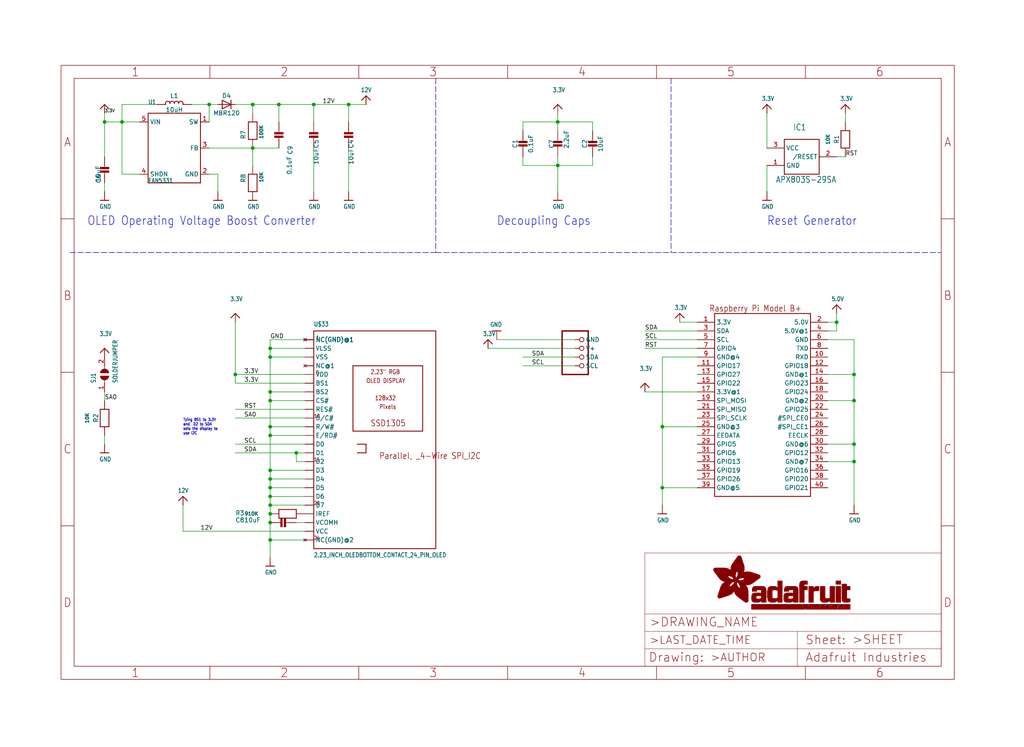
<source format=kicad_sch>
(kicad_sch (version 20211123) (generator eeschema)
  (paper "User" 298.45 217.881)
  (lib_symbols
    (symbol "eagleSchem-eagle-import:12V" (power)
      (property "Value" "12V" (at -1.524 1.016 0))
      (symbol "12V_1_0"
        (pin power_in line (at 0 -2.54 90) (length 2.54) (name "12V") (number "1"))
      )
    )
    (symbol "eagleSchem-eagle-import:2.23_INCH_OLEDBOTTOM_CONTACT_24_PIN_OLED"
      (property "Value" "2.23_INCH_OLEDBOTTOM_CONTACT_24_PIN_OLED" (at -17.78 -33.02 0))
      (symbol "2.23_INCH_OLEDBOTTOM_CONTACT_24_PIN_OLED_1_0"
        (text "1" (at -17.145 30.48 0) (effects (font (size 1.016 0.8636)) (justify left bottom)))
        (text "10" (at -17.78 7.62 0) (effects (font (size 1.016 0.8636)) (justify left bottom)))
        (text "128x32" (at 0 12.7 0) (effects (font (size 1.27 1.0795)) (justify left bottom)))
        (text "15" (at -17.78 -5.08 0) (effects (font (size 1.016 0.8636)) (justify left bottom)))
        (text "2.23\" RGB" (at -1.27 20.32 0) (effects (font (size 1.27 1.0795)) (justify left bottom)))
        (text "20" (at -17.78 -17.78 0) (effects (font (size 1.016 0.8636)) (justify left bottom)))
        (text "24" (at -17.78 -27.94 0) (effects (font (size 1.016 0.8636)) (justify left bottom)))
        (text "5" (at -17.145 20.32 0) (effects (font (size 1.016 0.8636)) (justify left bottom)))
        (text "OLED DISPLAY" (at -2.54 17.78 0) (effects (font (size 1.27 1.0795)) (justify left bottom)))
        (text "Parallel, _4-Wire SPI_I2C" (at 1.27 -4.445 0) (effects (font (size 1.778 1.5113)) (justify left bottom)))
        (text "Pixels" (at 1.27 10.16 0) (effects (font (size 1.27 1.0795)) (justify left bottom)))
        (text "SSD1305" (at -1.27 5.08 0) (effects (font (size 1.778 1.5113)) (justify left bottom)))
        (pin no_connect line (at -20.32 30.48 0) (length 2.54) (name "NC(GND)@1") (number "1"))
        (pin bidirectional line (at -20.32 7.62 0) (length 2.54) (name "D/C#") (number "10"))
        (pin bidirectional line (at -20.32 5.08 0) (length 2.54) (name "R/W#") (number "11"))
        (pin bidirectional line (at -20.32 2.54 0) (length 2.54) (name "E/RD#") (number "12"))
        (pin bidirectional line (at -20.32 0 0) (length 2.54) (name "D0") (number "13"))
        (pin bidirectional line (at -20.32 -2.54 0) (length 2.54) (name "D1") (number "14"))
        (pin bidirectional line (at -20.32 -5.08 0) (length 2.54) (name "D2") (number "15"))
        (pin bidirectional line (at -20.32 -7.62 0) (length 2.54) (name "D3") (number "16"))
        (pin bidirectional line (at -20.32 -10.16 0) (length 2.54) (name "D4") (number "17"))
        (pin bidirectional line (at -20.32 -12.7 0) (length 2.54) (name "D5") (number "18"))
        (pin bidirectional line (at -20.32 -15.24 0) (length 2.54) (name "D6") (number "19"))
        (pin power_in line (at -20.32 27.94 0) (length 2.54) (name "VLSS") (number "2"))
        (pin bidirectional line (at -20.32 -17.78 0) (length 2.54) (name "D7") (number "20"))
        (pin bidirectional line (at -20.32 -20.32 0) (length 2.54) (name "IREF") (number "21"))
        (pin power_in line (at -20.32 -22.86 0) (length 2.54) (name "VCOMH") (number "22"))
        (pin power_in line (at -20.32 -25.4 0) (length 2.54) (name "VCC") (number "23"))
        (pin no_connect line (at -20.32 -27.94 0) (length 2.54) (name "NC(GND)@2") (number "24"))
        (pin power_in line (at -20.32 25.4 0) (length 2.54) (name "VSS") (number "3"))
        (pin no_connect line (at -20.32 22.86 0) (length 2.54) (name "NC@1") (number "4"))
        (pin power_in line (at -20.32 20.32 0) (length 2.54) (name "VDD") (number "5"))
        (pin bidirectional line (at -20.32 17.78 0) (length 2.54) (name "BS1") (number "6"))
        (pin bidirectional line (at -20.32 15.24 0) (length 2.54) (name "BS2") (number "7"))
        (pin bidirectional line (at -20.32 12.7 0) (length 2.54) (name "CS#") (number "8"))
        (pin bidirectional line (at -20.32 10.16 0) (length 2.54) (name "RES#") (number "9"))
        (pin no_connect line (at -20.32 30.48 0) (length 2.54) (name "NC(GND)@1") (number "SPRT1"))
        (pin no_connect line (at -20.32 30.48 0) (length 2.54) (name "NC(GND)@1") (number "SPRT2"))
      )
    )
    (symbol "eagleSchem-eagle-import:3.3V" (power)
      (property "Value" "3.3V" (at -1.524 1.016 0))
      (symbol "3.3V_1_0"
        (pin power_in line (at 0 -2.54 90) (length 2.54) (name "3.3V") (number "1"))
      )
    )
    (symbol "eagleSchem-eagle-import:5.0V" (power)
      (property "Value" "5.0V" (at -1.524 1.016 0))
      (symbol "5.0V_1_0"
        (pin power_in line (at 0 -2.54 90) (length 2.54) (name "5.0V") (number "1"))
      )
    )
    (symbol "eagleSchem-eagle-import:AXP083-SAG"
      (property "Reference" "IC" (at -5.08 -7.62 0))
      (property "Value" "AXP083-SAG" (at -5.08 -10.16 0))
      (symbol "AXP083-SAG_1_0"
        (pin power_in line (at -10.16 -2.54 0) (length 5.08) (name "GND") (number "1"))
        (pin output line (at 10.16 0 180) (length 5.08) (name "/RESET") (number "2"))
        (pin power_in line (at -10.16 2.54 0) (length 5.08) (name "VCC") (number "3"))
      )
    )
    (symbol "eagleSchem-eagle-import:CAP_CERAMIC0603_NO"
      (property "Reference" "C" (at -2.29 1.25 90))
      (property "Value" "CAP_CERAMIC0603_NO" (at 2.3 1.25 90))
      (symbol "CAP_CERAMIC0603_NO_1_0"
        (pin passive line (at 0 5.08 270) (length 2.54) (name "1") (number "1"))
        (pin passive line (at 0 -2.54 90) (length 2.54) (name "2") (number "2"))
      )
    )
    (symbol "eagleSchem-eagle-import:CAP_CERAMIC0805-NOOUTLINE"
      (property "Reference" "C" (at -2.29 1.25 90))
      (property "Value" "CAP_CERAMIC0805-NOOUTLINE" (at 2.3 1.25 90))
      (symbol "CAP_CERAMIC0805-NOOUTLINE_1_0"
        (pin passive line (at 0 5.08 270) (length 2.54) (name "1") (number "1"))
        (pin passive line (at 0 -2.54 90) (length 2.54) (name "2") (number "2"))
      )
    )
    (symbol "eagleSchem-eagle-import:DIODESOD-123"
      (property "Reference" "D" (at 0 2.54 0))
      (property "Value" "DIODESOD-123" (at 0 -2.5 0))
      (symbol "DIODESOD-123_1_0"
        (pin passive line (at -2.54 0 0) (length 2.54) (name "A") (number "A"))
        (pin passive line (at 2.54 0 180) (length 2.54) (name "C") (number "C"))
      )
    )
    (symbol "eagleSchem-eagle-import:FRAME_A4_ADAFRUIT"
      (symbol "FRAME_A4_ADAFRUIT_0_0"
        (text "1" (at 21.6958 1.905 0) (effects (font (size 2.54 2.286))))
        (text "1" (at 21.6958 177.165 0) (effects (font (size 2.54 2.286))))
        (text "2" (at 65.0875 1.905 0) (effects (font (size 2.54 2.286))))
        (text "2" (at 65.0875 177.165 0) (effects (font (size 2.54 2.286))))
        (text "3" (at 108.4792 1.905 0) (effects (font (size 2.54 2.286))))
        (text "3" (at 108.4792 177.165 0) (effects (font (size 2.54 2.286))))
        (text "4" (at 151.8708 1.905 0) (effects (font (size 2.54 2.286))))
        (text "4" (at 151.8708 177.165 0) (effects (font (size 2.54 2.286))))
        (text "5" (at 195.2625 1.905 0) (effects (font (size 2.54 2.286))))
        (text "5" (at 195.2625 177.165 0) (effects (font (size 2.54 2.286))))
        (text "6" (at 238.6542 1.905 0) (effects (font (size 2.54 2.286))))
        (text "6" (at 238.6542 177.165 0) (effects (font (size 2.54 2.286))))
        (text "A" (at 1.905 156.6863 0) (effects (font (size 2.54 2.286))))
        (text "A" (at 258.445 156.6863 0) (effects (font (size 2.54 2.286))))
        (text "B" (at 1.905 111.9188 0) (effects (font (size 2.54 2.286))))
        (text "B" (at 258.445 111.9188 0) (effects (font (size 2.54 2.286))))
        (text "C" (at 1.905 67.1513 0) (effects (font (size 2.54 2.286))))
        (text "C" (at 258.445 67.1513 0) (effects (font (size 2.54 2.286))))
        (text "D" (at 1.905 22.3838 0) (effects (font (size 2.54 2.286))))
        (text "D" (at 258.445 22.3838 0) (effects (font (size 2.54 2.286))))
      )
      (symbol "FRAME_A4_ADAFRUIT_1_0"
        (text ">AUTHOR" (at 189.23 5.08 0) (effects (font (size 2.286 2.286)) (justify left bottom)))
        (text ">DRAWING_NAME" (at 171.45 15.24 0) (effects (font (size 2.54 2.54)) (justify left bottom)))
        (text ">LAST_DATE_TIME" (at 171.45 10.16 0) (effects (font (size 2.286 2.286)) (justify left bottom)))
        (text ">SHEET" (at 230.505 10.16 0) (effects (font (size 2.54 2.54)) (justify left bottom)))
        (text "Adafruit Industries" (at 216.916 4.953 0) (effects (font (size 2.54 2.54)) (justify left bottom)))
        (text "Drawing:" (at 171.196 4.953 0) (effects (font (size 2.54 2.54)) (justify left bottom)))
        (text "Sheet:" (at 216.916 10.033 0) (effects (font (size 2.54 2.54)) (justify left bottom)))
      )
    )
    (symbol "eagleSchem-eagle-import:GND" (power)
      (property "Value" "GND" (at -1.524 -2.54 0))
      (symbol "GND_1_0"
        (pin power_in line (at 0 2.54 270) (length 2.54) (name "GND") (number "1"))
      )
    )
    (symbol "eagleSchem-eagle-import:INDUCTOR"
      (property "Reference" "L" (at 0 2.54 0))
      (property "Value" "INDUCTOR" (at 0 -1.54 0))
      (symbol "INDUCTOR_1_0"
        (pin passive line (at -5.08 0 0) (length 2.54) (name "1") (number "P$1"))
        (pin passive line (at 5.08 0 180) (length 2.54) (name "2") (number "P$2"))
      )
    )
    (symbol "eagleSchem-eagle-import:RASPBERRYPI_BPLUS_BONNETSMT"
      (symbol "RASPBERRYPI_BPLUS_BONNETSMT_1_0"
        (text "Raspberry Pi Model B+" (at 12.7 25.4 0) (effects (font (size 1.778 1.5113)) (justify right top)))
        (pin power_in line (at -17.78 20.32 0) (length 5.08) (name "3.3V") (number "1"))
        (pin bidirectional line (at 20.32 10.16 180) (length 5.08) (name "RXD") (number "10"))
        (pin bidirectional line (at -17.78 7.62 0) (length 5.08) (name "GPIO17") (number "11"))
        (pin bidirectional line (at 20.32 7.62 180) (length 5.08) (name "GPIO18") (number "12"))
        (pin bidirectional line (at -17.78 5.08 0) (length 5.08) (name "GPIO27") (number "13"))
        (pin power_in line (at 20.32 5.08 180) (length 5.08) (name "GND@1") (number "14"))
        (pin bidirectional line (at -17.78 2.54 0) (length 5.08) (name "GPIO22") (number "15"))
        (pin bidirectional line (at 20.32 2.54 180) (length 5.08) (name "GPIO23") (number "16"))
        (pin power_in line (at -17.78 0 0) (length 5.08) (name "3.3V@1") (number "17"))
        (pin bidirectional line (at 20.32 0 180) (length 5.08) (name "GPIO24") (number "18"))
        (pin bidirectional line (at -17.78 -2.54 0) (length 5.08) (name "SPI_MOSI") (number "19"))
        (pin power_in line (at 20.32 20.32 180) (length 5.08) (name "5.0V") (number "2"))
        (pin power_in line (at 20.32 -2.54 180) (length 5.08) (name "GND@2") (number "20"))
        (pin bidirectional line (at -17.78 -5.08 0) (length 5.08) (name "SPI_MISO") (number "21"))
        (pin bidirectional line (at 20.32 -5.08 180) (length 5.08) (name "GPIO25") (number "22"))
        (pin bidirectional line (at -17.78 -7.62 0) (length 5.08) (name "SPI_SCLK") (number "23"))
        (pin bidirectional line (at 20.32 -7.62 180) (length 5.08) (name "#SPI_CE0") (number "24"))
        (pin power_in line (at -17.78 -10.16 0) (length 5.08) (name "GND@3") (number "25"))
        (pin bidirectional line (at 20.32 -10.16 180) (length 5.08) (name "#SPI_CE1") (number "26"))
        (pin bidirectional line (at -17.78 -12.7 0) (length 5.08) (name "EEDATA") (number "27"))
        (pin bidirectional line (at 20.32 -12.7 180) (length 5.08) (name "EECLK") (number "28"))
        (pin bidirectional line (at -17.78 -15.24 0) (length 5.08) (name "GPIO5") (number "29"))
        (pin bidirectional line (at -17.78 17.78 0) (length 5.08) (name "SDA") (number "3"))
        (pin power_in line (at 20.32 -15.24 180) (length 5.08) (name "GND@6") (number "30"))
        (pin bidirectional line (at -17.78 -17.78 0) (length 5.08) (name "GPIO6") (number "31"))
        (pin bidirectional line (at 20.32 -17.78 180) (length 5.08) (name "GPIO12") (number "32"))
        (pin bidirectional line (at -17.78 -20.32 0) (length 5.08) (name "GPIO13") (number "33"))
        (pin power_in line (at 20.32 -20.32 180) (length 5.08) (name "GND@7") (number "34"))
        (pin bidirectional line (at -17.78 -22.86 0) (length 5.08) (name "GPIO19") (number "35"))
        (pin bidirectional line (at 20.32 -22.86 180) (length 5.08) (name "GPIO16") (number "36"))
        (pin bidirectional line (at -17.78 -25.4 0) (length 5.08) (name "GPIO26") (number "37"))
        (pin bidirectional line (at 20.32 -25.4 180) (length 5.08) (name "GPIO20") (number "38"))
        (pin power_in line (at -17.78 -27.94 0) (length 5.08) (name "GND@5") (number "39"))
        (pin power_in line (at 20.32 17.78 180) (length 5.08) (name "5.0V@1") (number "4"))
        (pin bidirectional line (at 20.32 -27.94 180) (length 5.08) (name "GPIO21") (number "40"))
        (pin bidirectional line (at -17.78 15.24 0) (length 5.08) (name "SCL") (number "5"))
        (pin power_in line (at 20.32 15.24 180) (length 5.08) (name "GND") (number "6"))
        (pin bidirectional line (at -17.78 12.7 0) (length 5.08) (name "GPIO4") (number "7"))
        (pin bidirectional line (at 20.32 12.7 180) (length 5.08) (name "TXD") (number "8"))
        (pin power_in line (at -17.78 10.16 0) (length 5.08) (name "GND@4") (number "9"))
      )
    )
    (symbol "eagleSchem-eagle-import:RESISTOR0805_NOOUTLINE"
      (property "Reference" "R" (at 0 2.54 0))
      (property "Value" "RESISTOR0805_NOOUTLINE" (at 0 0 0))
      (symbol "RESISTOR0805_NOOUTLINE_1_0"
        (pin passive line (at -5.08 0 0) (length 2.54) (name "1") (number "1"))
        (pin passive line (at 5.08 0 180) (length 2.54) (name "2") (number "2"))
      )
    )
    (symbol "eagleSchem-eagle-import:RESISTOR_0603_NOOUT"
      (property "Reference" "R" (at 0 2.54 0))
      (property "Value" "RESISTOR_0603_NOOUT" (at 0 0 0))
      (symbol "RESISTOR_0603_NOOUT_1_0"
        (pin passive line (at -5.08 0 0) (length 2.54) (name "1") (number "1"))
        (pin passive line (at 5.08 0 180) (length 2.54) (name "2") (number "2"))
      )
    )
    (symbol "eagleSchem-eagle-import:SOLDERJUMPER"
      (property "Reference" "SJ" (at -2.54 2.54 0))
      (property "Value" "SOLDERJUMPER" (at -2.54 -3.81 0))
      (symbol "SOLDERJUMPER_1_0"
        (pin passive line (at -5.08 0 0) (length 2.54) (name "1") (number "1"))
        (pin passive line (at 5.08 0 180) (length 2.54) (name "2") (number "2"))
      )
    )
    (symbol "eagleSchem-eagle-import:STEMMA_I2C_QT"
      (symbol "STEMMA_I2C_QT_1_0"
        (pin passive inverted (at 0 5.08 0) (length 2.54) (name "GND") (number "1"))
        (pin passive inverted (at 0 2.54 0) (length 2.54) (name "V+") (number "2"))
        (pin passive inverted (at 0 0 0) (length 2.54) (name "SDA") (number "3"))
        (pin passive inverted (at 0 -2.54 0) (length 2.54) (name "SCL") (number "4"))
      )
      (symbol "STEMMA_I2C_QT_2_0"
        (pin bidirectional line (at 0 0 0) (length 5.08) (name "MT") (number "MT1"))
      )
      (symbol "STEMMA_I2C_QT_3_0"
        (pin bidirectional line (at 0 0 0) (length 5.08) (name "MT") (number "MT2"))
      )
    )
    (symbol "eagleSchem-eagle-import:VIN" (power)
      (property "Value" "VIN" (at -1.524 1.016 0))
      (symbol "VIN_1_0"
        (pin power_in line (at 0 -2.54 90) (length 2.54) (name "VIN") (number "1"))
      )
    )
    (symbol "eagleSchem-eagle-import:VREG_FAN5331"
      (property "Reference" "U" (at -7.62 12.7 0))
      (property "Value" "VREG_FAN5331" (at -7.62 -12.7 0))
      (symbol "VREG_FAN5331_1_0"
        (pin bidirectional line (at 10.16 7.62 180) (length 2.54) (name "SW") (number "1"))
        (pin bidirectional line (at 10.16 -7.62 180) (length 2.54) (name "GND") (number "2"))
        (pin bidirectional line (at 10.16 0 180) (length 2.54) (name "FB") (number "3"))
        (pin bidirectional line (at -10.16 -7.62 0) (length 2.54) (name "SHDN") (number "4"))
        (pin bidirectional line (at -10.16 7.62 0) (length 2.54) (name "VIN") (number "5"))
      )
    )
  )
  (junction (at 78.74 142.24))
  (junction (at 248.92 109.22))
  (junction (at 193.04 142.24))
  (junction (at 78.74 116.84))
  (junction (at 60.96 30.48))
  (junction (at 162.56 35.56))
  (junction (at 78.74 104.14))
  (junction (at 73.66 30.48))
  (junction (at 91.44 30.48))
  (junction (at 248.92 129.54))
  (junction (at 86.36 132.08))
  (junction (at 78.74 157.48))
  (junction (at 81.28 30.48))
  (junction (at 78.74 127))
  (junction (at 78.74 147.32))
  (junction (at 78.74 124.46))
  (junction (at 78.74 114.3))
  (junction (at 73.66 43.18))
  (junction (at 78.74 149.86))
  (junction (at 30.48 35.56))
  (junction (at 162.56 48.26))
  (junction (at 243.84 93.98))
  (junction (at 78.74 137.16))
  (junction (at 248.92 134.62))
  (junction (at 101.6 30.48))
  (junction (at 248.92 116.84))
  (junction (at 193.04 124.46))
  (junction (at 78.74 101.6))
  (junction (at 78.74 152.4))
  (junction (at 35.56 35.56))
  (junction (at 78.74 144.78))
  (junction (at 68.58 109.22))
  (junction (at 78.74 139.7))
  (wire (pts (xy 53.34 154.94) (xy 53.34 147.32)))
  (wire (pts (xy 78.74 144.78) (xy 78.74 147.32)))
  (wire (pts (xy 88.9 101.6) (xy 78.74 101.6)))
  (wire (pts (xy 78.74 142.24) (xy 88.9 142.24)))
  (wire (pts (xy 88.9 132.08) (xy 86.36 132.08)))
  (wire (pts (xy 78.74 147.32) (xy 88.9 147.32)))
  (wire (pts (xy 88.9 116.84) (xy 78.74 116.84)))
  (wire (pts (xy 241.3 93.98) (xy 243.84 93.98)))
  (wire (pts (xy 30.48 35.56) (xy 30.48 45.72)))
  (wire (pts (xy 30.48 35.56) (xy 30.48 33.02)))
  (wire (pts (xy 101.6 43.18) (xy 101.6 55.88)))
  (wire (pts (xy 223.52 43.18) (xy 223.52 33.02)))
  (wire (pts (xy 88.9 111.76) (xy 68.58 111.76)))
  (wire (pts (xy 73.66 30.48) (xy 81.28 30.48)))
  (wire (pts (xy 78.74 147.32) (xy 78.74 149.86)))
  (wire (pts (xy 88.9 99.06) (xy 78.74 99.06)))
  (wire (pts (xy 241.3 116.84) (xy 248.92 116.84)))
  (wire (pts (xy 73.66 30.48) (xy 73.66 33.02)))
  (wire (pts (xy 68.58 111.76) (xy 68.58 109.22)))
  (wire (pts (xy 248.92 116.84) (xy 248.92 129.54)))
  (wire (pts (xy 248.92 99.06) (xy 248.92 109.22)))
  (wire (pts (xy 223.52 48.26) (xy 223.52 55.88)))
  (wire (pts (xy 60.96 35.56) (xy 60.96 30.48)))
  (wire (pts (xy 248.92 109.22) (xy 248.92 116.84)))
  (wire (pts (xy 162.56 48.26) (xy 162.56 55.88)))
  (wire (pts (xy 91.44 30.48) (xy 91.44 35.56)))
  (wire (pts (xy 73.66 43.18) (xy 73.66 48.26)))
  (wire (pts (xy 101.6 30.48) (xy 101.6 35.56)))
  (wire (pts (xy 88.9 109.22) (xy 68.58 109.22)))
  (wire (pts (xy 30.48 114.3) (xy 30.48 116.84)))
  (wire (pts (xy 78.74 139.7) (xy 78.74 142.24)))
  (wire (pts (xy 248.92 129.54) (xy 248.92 134.62)))
  (polyline (pts (xy 127 22.86) (xy 127 73.66)))
  (wire (pts (xy 203.2 93.98) (xy 198.12 93.98)))
  (wire (pts (xy 30.48 53.34) (xy 30.48 55.88)))
  (wire (pts (xy 78.74 149.86) (xy 78.74 152.4)))
  (wire (pts (xy 78.74 116.84) (xy 78.74 124.46)))
  (wire (pts (xy 78.74 144.78) (xy 88.9 144.78)))
  (wire (pts (xy 162.56 38.1) (xy 162.56 35.56)))
  (wire (pts (xy 246.38 35.56) (xy 246.38 33.02)))
  (wire (pts (xy 162.56 35.56) (xy 152.4 35.56)))
  (wire (pts (xy 91.44 43.18) (xy 91.44 55.88)))
  (wire (pts (xy 68.58 30.48) (xy 73.66 30.48)))
  (wire (pts (xy 78.74 162.56) (xy 78.74 157.48)))
  (wire (pts (xy 35.56 30.48) (xy 45.72 30.48)))
  (wire (pts (xy 68.58 93.98) (xy 68.58 109.22)))
  (wire (pts (xy 35.56 35.56) (xy 30.48 35.56)))
  (polyline (pts (xy 127 73.66) (xy 195.58 73.66)))
  (wire (pts (xy 60.96 50.8) (xy 63.5 50.8)))
  (wire (pts (xy 78.74 127) (xy 78.74 124.46)))
  (wire (pts (xy 81.28 30.48) (xy 91.44 30.48)))
  (wire (pts (xy 152.4 35.56) (xy 152.4 38.1)))
  (wire (pts (xy 73.66 55.88) (xy 73.66 58.42)))
  (wire (pts (xy 73.66 43.18) (xy 81.28 43.18)))
  (wire (pts (xy 172.72 48.26) (xy 162.56 48.26)))
  (wire (pts (xy 78.74 157.48) (xy 88.9 157.48)))
  (wire (pts (xy 241.3 109.22) (xy 248.92 109.22)))
  (wire (pts (xy 88.9 119.38) (xy 68.58 119.38)))
  (wire (pts (xy 152.4 104.14) (xy 167.64 104.14)))
  (wire (pts (xy 241.3 99.06) (xy 248.92 99.06)))
  (wire (pts (xy 241.3 134.62) (xy 248.92 134.62)))
  (wire (pts (xy 203.2 114.3) (xy 187.96 114.3)))
  (wire (pts (xy 152.4 45.72) (xy 152.4 48.26)))
  (wire (pts (xy 152.4 106.68) (xy 167.64 106.68)))
  (wire (pts (xy 203.2 99.06) (xy 187.96 99.06)))
  (wire (pts (xy 86.36 134.62) (xy 86.36 132.08)))
  (wire (pts (xy 88.9 127) (xy 78.74 127)))
  (wire (pts (xy 30.48 129.54) (xy 30.48 127)))
  (wire (pts (xy 40.64 35.56) (xy 35.56 35.56)))
  (wire (pts (xy 78.74 101.6) (xy 78.74 104.14)))
  (wire (pts (xy 193.04 104.14) (xy 193.04 124.46)))
  (wire (pts (xy 78.74 116.84) (xy 78.74 114.3)))
  (wire (pts (xy 162.56 45.72) (xy 162.56 48.26)))
  (wire (pts (xy 167.64 101.6) (xy 142.24 101.6)))
  (wire (pts (xy 243.84 45.72) (xy 246.38 45.72)))
  (wire (pts (xy 86.36 152.4) (xy 88.9 152.4)))
  (wire (pts (xy 40.64 50.8) (xy 35.56 50.8)))
  (wire (pts (xy 88.9 124.46) (xy 78.74 124.46)))
  (wire (pts (xy 101.6 30.48) (xy 106.68 30.48)))
  (wire (pts (xy 203.2 124.46) (xy 193.04 124.46)))
  (wire (pts (xy 88.9 139.7) (xy 78.74 139.7)))
  (wire (pts (xy 78.74 99.06) (xy 78.74 101.6)))
  (polyline (pts (xy 195.58 73.66) (xy 274.32 73.66)))
  (polyline (pts (xy 20.32 73.66) (xy 127 73.66)))
  (wire (pts (xy 60.96 43.18) (xy 73.66 43.18)))
  (polyline (pts (xy 195.58 22.86) (xy 195.58 73.66)))
  (wire (pts (xy 91.44 30.48) (xy 101.6 30.48)))
  (wire (pts (xy 88.9 129.54) (xy 68.58 129.54)))
  (wire (pts (xy 172.72 35.56) (xy 162.56 35.56)))
  (wire (pts (xy 78.74 104.14) (xy 78.74 114.3)))
  (wire (pts (xy 248.92 134.62) (xy 248.92 147.32)))
  (wire (pts (xy 241.3 96.52) (xy 243.84 96.52)))
  (wire (pts (xy 35.56 50.8) (xy 35.56 35.56)))
  (wire (pts (xy 60.96 30.48) (xy 55.88 30.48)))
  (wire (pts (xy 78.74 142.24) (xy 78.74 144.78)))
  (wire (pts (xy 162.56 35.56) (xy 162.56 33.02)))
  (wire (pts (xy 86.36 132.08) (xy 68.58 132.08)))
  (wire (pts (xy 88.9 114.3) (xy 78.74 114.3)))
  (wire (pts (xy 193.04 142.24) (xy 193.04 147.32)))
  (wire (pts (xy 78.74 137.16) (xy 78.74 139.7)))
  (wire (pts (xy 203.2 104.14) (xy 193.04 104.14)))
  (wire (pts (xy 203.2 96.52) (xy 187.96 96.52)))
  (wire (pts (xy 78.74 127) (xy 78.74 137.16)))
  (wire (pts (xy 172.72 38.1) (xy 172.72 35.56)))
  (wire (pts (xy 172.72 45.72) (xy 172.72 48.26)))
  (wire (pts (xy 193.04 124.46) (xy 193.04 142.24)))
  (wire (pts (xy 241.3 129.54) (xy 248.92 129.54)))
  (wire (pts (xy 167.64 99.06) (xy 144.78 99.06)))
  (wire (pts (xy 63.5 50.8) (xy 63.5 55.88)))
  (wire (pts (xy 88.9 137.16) (xy 78.74 137.16)))
  (wire (pts (xy 203.2 101.6) (xy 187.96 101.6)))
  (wire (pts (xy 35.56 35.56) (xy 35.56 30.48)))
  (wire (pts (xy 243.84 96.52) (xy 243.84 93.98)))
  (wire (pts (xy 88.9 121.92) (xy 68.58 121.92)))
  (wire (pts (xy 88.9 134.62) (xy 86.36 134.62)))
  (wire (pts (xy 88.9 104.14) (xy 78.74 104.14)))
  (wire (pts (xy 243.84 93.98) (xy 243.84 91.44)))
  (wire (pts (xy 203.2 142.24) (xy 193.04 142.24)))
  (wire (pts (xy 60.96 30.48) (xy 63.5 30.48)))
  (wire (pts (xy 88.9 154.94) (xy 53.34 154.94)))
  (wire (pts (xy 152.4 48.26) (xy 162.56 48.26)))
  (wire (pts (xy 81.28 30.48) (xy 81.28 35.56)))
  (wire (pts (xy 78.74 152.4) (xy 78.74 157.48)))
  (text "Reset Generator" (at 223.52 66.04 180) (effects (font (size 2.54 2.159)) (justify left bottom)))
  (text "Tying BS1 to 3.3V\nand  D2 to SDA\nsets the display to\nuse I2C" (at 53.34 127 0) (effects (font (size 0.8128 0.6908)) (justify left bottom)))
  (text "OLED Operating Voltage Boost Converter" (at 25.4 66.04 180) (effects (font (size 2.54 2.159)) (justify left bottom)))
  (text "Decoupling Caps" (at 144.78 66.04 180) (effects (font (size 2.54 2.159)) (justify left bottom)))
  (label "3.3V" (at 71.12 109.22 0) (effects (font (size 1.2446 1.2446))))
  (label "SDA" (at 71.12 132.08 0) (effects (font (size 1.2446 1.2446))))
  (label "RST" (at 71.12 119.38 0) (effects (font (size 1.2446 1.2446))))
  (label "3.3V" (at 30.48 33.02 0) (effects (font (size 0.889 0.889))))
  (label "GND" (at 78.74 99.06 0) (effects (font (size 1.2446 1.2446))))
  (label "3.3V" (at 71.12 111.76 0) (effects (font (size 1.2446 1.2446))))
  (label "SCL" (at 154.94 106.68 0) (effects (font (size 1.2446 1.2446))))
  (label "SCL" (at 187.96 99.06 0) (effects (font (size 1.2446 1.2446))))
  (label "RST" (at 187.96 101.6 0) (effects (font (size 1.2446 1.2446))))
  (label "RST" (at 246.38 45.72 0) (effects (font (size 1.2446 1.2446))))
  (label "SA0" (at 30.48 116.84 0) (effects (font (size 1.2446 1.2446))))
  (label "SDA" (at 187.96 96.52 0) (effects (font (size 1.2446 1.2446))))
  (label "12V" (at 58.42 154.94 0) (effects (font (size 1.2446 1.2446))))
  (label "12V" (at 93.98 30.48 0) (effects (font (size 1.2446 1.2446))))
  (label "SDA" (at 154.94 104.14 0) (effects (font (size 1.2446 1.2446))))
  (label "SA0" (at 71.12 121.92 0) (effects (font (size 1.2446 1.2446))))
  (label "SCL" (at 71.12 129.54 0) (effects (font (size 1.2446 1.2446))))
  (symbol (lib_id "eagleSchem-eagle-import:3.3V") (at 68.58 91.44 0) (unit 1)
    (property "Reference" "#U$30" (effects hide))
    (property "Value" "3.3V" (at 67.056 87.884 0) (effects (font (size 1.27 1.0795)) (justify left bottom)))
    (property "Footprint" "eagleSchem:" (effects hide))
  )
  (symbol (lib_id "eagleSchem-eagle-import:INDUCTOR") (at 50.8 30.48 0) (unit 1)
    (property "Reference" "L1" (at 50.8 27.94 0))
    (property "Value" "10uH" (at 50.8 32.02 0))
    (property "Footprint" "eagleSchem:INDUCTOR_1007" (effects hide))
  )
  (symbol (lib_id "eagleSchem-eagle-import:GND") (at 162.56 58.42 0) (unit 1)
    (property "Reference" "#U$17" (effects hide))
    (property "Value" "GND" (at 161.036 60.96 0) (effects (font (size 1.27 1.0795)) (justify left bottom)))
    (property "Footprint" "eagleSchem:" (effects hide))
  )
  (symbol (lib_id "eagleSchem-eagle-import:CAP_CERAMIC0603_NO") (at 152.4 43.18 0) (unit 1)
    (property "Reference" "C1" (at 150.11 41.93 90))
    (property "Value" "0.1uF" (at 154.7 41.93 90))
    (property "Footprint" "eagleSchem:0603-NO" (effects hide))
  )
  (symbol (lib_id "eagleSchem-eagle-import:CAP_CERAMIC0805-NOOUTLINE") (at 172.72 43.18 0) (unit 1)
    (property "Reference" "C2" (at 170.43 41.93 90))
    (property "Value" "10uF" (at 175.02 41.93 90))
    (property "Footprint" "eagleSchem:0805-NO" (effects hide))
  )
  (symbol (lib_id "eagleSchem-eagle-import:GND") (at 78.74 165.1 0) (unit 1)
    (property "Reference" "#U$29" (effects hide))
    (property "Value" "GND" (at 77.216 167.64 0) (effects (font (size 1.27 1.0795)) (justify left bottom)))
    (property "Footprint" "eagleSchem:" (effects hide))
  )
  (symbol (lib_id "eagleSchem-eagle-import:CAP_CERAMIC0805-NOOUTLINE") (at 162.56 40.64 180) (unit 1)
    (property "Reference" "C7" (at 160.02 40.64 90) (effects (justify left bottom)))
    (property "Value" "2.2uF" (at 165.1 40.64 90))
    (property "Footprint" "eagleSchem:0805-NO" (effects hide))
  )
  (symbol (lib_id "eagleSchem-eagle-import:CAP_CERAMIC0805-NOOUTLINE") (at 30.48 48.26 180) (unit 1)
    (property "Reference" "C6" (at 27.94 50.8 90) (effects (justify left bottom)))
    (property "Value" "10uF" (at 27.94 48.26 90) (effects (justify left bottom)))
    (property "Footprint" "eagleSchem:0805-NO" (effects hide))
  )
  (symbol (lib_id "eagleSchem-eagle-import:3.3V") (at 30.48 101.6 0) (unit 1)
    (property "Reference" "#U$5" (effects hide))
    (property "Value" "3.3V" (at 28.956 98.044 0) (effects (font (size 1.27 1.0795)) (justify left bottom)))
    (property "Footprint" "eagleSchem:" (effects hide))
  )
  (symbol (lib_id "eagleSchem-eagle-import:RESISTOR_0603_NOOUT") (at 30.48 121.92 90) (unit 1)
    (property "Reference" "R2" (at 27.94 121.92 0))
    (property "Value" "10K" (at 25.4 121.92 0) (effects (font (size 1.016 1.016) bold)))
    (property "Footprint" "eagleSchem:0603-NO" (effects hide))
  )
  (symbol (lib_id "eagleSchem-eagle-import:GND") (at 91.44 58.42 0) (unit 1)
    (property "Reference" "#U$36" (effects hide))
    (property "Value" "GND" (at 89.916 60.96 0) (effects (font (size 1.27 1.0795)) (justify left bottom)))
    (property "Footprint" "eagleSchem:" (effects hide))
  )
  (symbol (lib_id "eagleSchem-eagle-import:VREG_FAN5331") (at 50.8 43.18 0) (unit 1)
    (property "Reference" "U1" (at 43.18 30.48 0) (effects (font (size 1.27 1.0795)) (justify left bottom)))
    (property "Value" "FAN5331" (at 43.18 53.34 0) (effects (font (size 1.27 1.0795)) (justify left bottom)))
    (property "Footprint" "eagleSchem:SOT23-5" (effects hide))
  )
  (symbol (lib_id "eagleSchem-eagle-import:AXP083-SAG") (at 233.68 45.72 0) (unit 1)
    (property "Reference" "IC1" (at 231.14 38.1 0) (effects (font (size 1.778 1.5113)) (justify left bottom)))
    (property "Value" "APX803S-29SA" (at 226.06 53.34 0) (effects (font (size 1.778 1.5113)) (justify left bottom)))
    (property "Footprint" "eagleSchem:SOT23" (effects hide))
  )
  (symbol (lib_id "eagleSchem-eagle-import:VIN") (at 30.48 30.48 0) (unit 1)
    (property "Reference" "#U$40" (effects hide))
    (property "Value" "VIN" (effects hide))
    (property "Footprint" "eagleSchem:" (effects hide))
  )
  (symbol (lib_id "eagleSchem-eagle-import:DIODESOD-123") (at 66.04 30.48 0) (unit 1)
    (property "Reference" "D4" (at 66.04 27.94 0))
    (property "Value" "MBR120" (at 66.04 32.98 0))
    (property "Footprint" "eagleSchem:SOD-123" (effects hide))
  )
  (symbol (lib_id "eagleSchem-eagle-import:3.3V") (at 223.52 30.48 0) (unit 1)
    (property "Reference" "#U$7" (effects hide))
    (property "Value" "3.3V" (at 221.996 29.464 0) (effects (font (size 1.27 1.0795)) (justify left bottom)))
    (property "Footprint" "eagleSchem:" (effects hide))
  )
  (symbol (lib_id "eagleSchem-eagle-import:2.23_INCH_OLEDBOTTOM_CONTACT_24_PIN_OLED") (at 109.22 129.54 0) (unit 1)
    (property "Reference" "U$33" (at 91.44 95.25 0) (effects (font (size 1.27 1.0795)) (justify left bottom)))
    (property "Value" "2.23_INCH_OLEDBOTTOM_CONTACT_24_PIN_OLED" (at 91.44 162.56 0) (effects (font (size 1.27 1.0795)) (justify left bottom)))
    (property "Footprint" "eagleSchem:2.23OLED_BOTTOM_CONTACT" (effects hide))
  )
  (symbol (lib_id "eagleSchem-eagle-import:CAP_CERAMIC0805-NOOUTLINE") (at 101.6 38.1 180) (unit 1)
    (property "Reference" "C4" (at 101.6 40.64 90) (effects (justify left bottom)))
    (property "Value" "10uF" (at 101.6 43.18 90) (effects (justify left bottom)))
    (property "Footprint" "eagleSchem:0805-NO" (effects hide))
  )
  (symbol (lib_id "eagleSchem-eagle-import:GND") (at 30.48 132.08 0) (unit 1)
    (property "Reference" "#U$10" (effects hide))
    (property "Value" "GND" (at 28.956 134.62 0) (effects (font (size 1.27 1.0795)) (justify left bottom)))
    (property "Footprint" "eagleSchem:" (effects hide))
  )
  (symbol (lib_id "eagleSchem-eagle-import:CAP_CERAMIC0805-NOOUTLINE") (at 91.44 38.1 180) (unit 1)
    (property "Reference" "C5" (at 91.44 40.64 90) (effects (justify left bottom)))
    (property "Value" "10uF" (at 91.44 43.18 90) (effects (justify left bottom)))
    (property "Footprint" "eagleSchem:0805-NO" (effects hide))
  )
  (symbol (lib_id "eagleSchem-eagle-import:RASPBERRYPI_BPLUS_BONNETSMT") (at 220.98 114.3 0) (unit 1)
    (property "Reference" "RPI1" (effects hide))
    (property "Value" "RASPBERRYPI_BPLUS_BONNETSMT" (effects hide))
    (property "Footprint" "eagleSchem:PI_BONNET_SMT" (effects hide))
  )
  (symbol (lib_id "eagleSchem-eagle-import:CAP_CERAMIC0603_NO") (at 81.28 40.64 0) (unit 1)
    (property "Reference" "C9" (at 83.84 42.422 90) (effects (justify right top)))
    (property "Value" "0.1uF" (at 85.07 45.48 90) (effects (justify right bottom)))
    (property "Footprint" "eagleSchem:0603-NO" (effects hide))
  )
  (symbol (lib_id "eagleSchem-eagle-import:CAP_CERAMIC0805-NOOUTLINE") (at 83.82 152.4 90) (unit 1)
    (property "Reference" "C8" (at 68.58 152.4 90) (effects (justify right top)))
    (property "Value" "10uF" (at 71.12 152.4 90) (effects (justify right top)))
    (property "Footprint" "eagleSchem:0805-NO" (effects hide))
  )
  (symbol (lib_id "eagleSchem-eagle-import:3.3V") (at 142.24 99.06 0) (unit 1)
    (property "Reference" "#U$24" (effects hide))
    (property "Value" "3.3V" (at 140.716 98.044 0) (effects (font (size 1.27 1.0795)) (justify left bottom)))
    (property "Footprint" "eagleSchem:" (effects hide))
  )
  (symbol (lib_id "eagleSchem-eagle-import:12V") (at 53.34 144.78 0) (unit 1)
    (property "Reference" "#U$27" (effects hide))
    (property "Value" "12V" (at 51.816 143.764 0) (effects (font (size 1.27 1.0795)) (justify left bottom)))
    (property "Footprint" "eagleSchem:" (effects hide))
  )
  (symbol (lib_id "eagleSchem-eagle-import:GND") (at 101.6 58.42 0) (unit 1)
    (property "Reference" "#U$37" (effects hide))
    (property "Value" "GND" (at 100.076 60.96 0) (effects (font (size 1.27 1.0795)) (justify left bottom)))
    (property "Footprint" "eagleSchem:" (effects hide))
  )
  (symbol (lib_id "eagleSchem-eagle-import:GND") (at 144.78 96.52 180) (unit 1)
    (property "Reference" "#U$25" (effects hide))
    (property "Value" "GND" (at 146.304 93.98 0) (effects (font (size 1.27 1.0795)) (justify left bottom)))
    (property "Footprint" "eagleSchem:" (effects hide))
  )
  (symbol (lib_id "eagleSchem-eagle-import:3.3V") (at 198.12 91.44 0) (unit 1)
    (property "Reference" "#U$3" (effects hide))
    (property "Value" "3.3V" (at 196.596 90.424 0) (effects (font (size 1.27 1.0795)) (justify left bottom)))
    (property "Footprint" "eagleSchem:" (effects hide))
  )
  (symbol (lib_id "eagleSchem-eagle-import:3.3V") (at 187.96 111.76 0) (unit 1)
    (property "Reference" "#U$13" (effects hide))
    (property "Value" "3.3V" (at 186.436 108.204 0) (effects (font (size 1.27 1.0795)) (justify left bottom)))
    (property "Footprint" "eagleSchem:" (effects hide))
  )
  (symbol (lib_id "eagleSchem-eagle-import:SOLDERJUMPER") (at 30.48 109.22 90) (unit 1)
    (property "Reference" "SJ1" (at 27.94 111.76 0) (effects (font (size 1.27 1.0795)) (justify left bottom)))
    (property "Value" "SOLDERJUMPER" (at 34.29 111.76 0) (effects (font (size 1.27 1.0795)) (justify left bottom)))
    (property "Footprint" "eagleSchem:SOLDERJUMPER_ARROW_NOPASTE" (effects hide))
  )
  (symbol (lib_id "eagleSchem-eagle-import:RESISTOR0805_NOOUTLINE") (at 83.82 149.86 0) (unit 1)
    (property "Reference" "R3" (at 68.58 150.368 0) (effects (justify left bottom)))
    (property "Value" "910K" (at 71.12 150.495 0) (effects (font (size 1.016 1.016) bold) (justify left bottom)))
    (property "Footprint" "eagleSchem:0805-NO" (effects hide))
  )
  (symbol (lib_id "eagleSchem-eagle-import:STEMMA_I2C_QT") (at 167.64 104.14 0) (unit 1)
    (property "Reference" "CONN1" (effects hide))
    (property "Value" "STEMMA_I2C_QT" (effects hide))
    (property "Footprint" "eagleSchem:JST_SH4" (effects hide))
  )
  (symbol (lib_id "eagleSchem-eagle-import:3.3V") (at 246.38 30.48 0) (unit 1)
    (property "Reference" "#U$12" (effects hide))
    (property "Value" "3.3V" (at 244.856 29.464 0) (effects (font (size 1.27 1.0795)) (justify left bottom)))
    (property "Footprint" "eagleSchem:" (effects hide))
  )
  (symbol (lib_id "eagleSchem-eagle-import:12V") (at 106.68 27.94 0) (unit 1)
    (property "Reference" "#U$39" (effects hide))
    (property "Value" "12V" (at 105.156 26.924 0) (effects (font (size 1.27 1.0795)) (justify left bottom)))
    (property "Footprint" "eagleSchem:" (effects hide))
  )
  (symbol (lib_id "eagleSchem-eagle-import:3.3V") (at 162.56 30.48 0) (unit 1)
    (property "Reference" "#U$16" (effects hide))
    (property "Value" "3.3V" (at 161.036 26.924 0) (effects (font (size 1.27 1.0795)) (justify left bottom)))
    (property "Footprint" "eagleSchem:" (effects hide))
  )
  (symbol (lib_id "eagleSchem-eagle-import:GND") (at 193.04 149.86 0) (unit 1)
    (property "Reference" "#U$8" (effects hide))
    (property "Value" "GND" (at 191.516 152.4 0) (effects (font (size 1.27 1.0795)) (justify left bottom)))
    (property "Footprint" "eagleSchem:" (effects hide))
  )
  (symbol (lib_id "eagleSchem-eagle-import:GND") (at 248.92 149.86 0) (unit 1)
    (property "Reference" "#U$4" (effects hide))
    (property "Value" "GND" (at 247.396 152.4 0) (effects (font (size 1.27 1.0795)) (justify left bottom)))
    (property "Footprint" "eagleSchem:" (effects hide))
  )
  (symbol (lib_id "eagleSchem-eagle-import:GND") (at 73.66 58.42 0) (unit 1)
    (property "Reference" "#U$35" (effects hide))
    (property "Value" "GND" (at 72.136 60.96 0) (effects (font (size 1.27 1.0795)) (justify left bottom)))
    (property "Footprint" "eagleSchem:" (effects hide))
  )
  (symbol (lib_id "eagleSchem-eagle-import:GND") (at 63.5 58.42 0) (unit 1)
    (property "Reference" "#U$38" (effects hide))
    (property "Value" "GND" (at 61.976 60.96 0) (effects (font (size 1.27 1.0795)) (justify left bottom)))
    (property "Footprint" "eagleSchem:" (effects hide))
  )
  (symbol (lib_id "eagleSchem-eagle-import:FRAME_A4_ADAFRUIT") (at 17.78 198.12 0) (unit 1)
    (property "Reference" "#U$1" (effects hide))
    (property "Value" "FRAME_A4_ADAFRUIT" (effects hide))
    (property "Footprint" "eagleSchem:" (effects hide))
  )
  (symbol (lib_id "eagleSchem-eagle-import:RESISTOR_0603_NOOUT") (at 73.66 38.1 90) (unit 1)
    (property "Reference" "R7" (at 71.628 40.64 0) (effects (justify left bottom)))
    (property "Value" "100K" (at 76.835 40.64 0) (effects (font (size 1.016 1.016) bold) (justify left bottom)))
    (property "Footprint" "eagleSchem:0603-NO" (effects hide))
  )
  (symbol (lib_id "eagleSchem-eagle-import:GND") (at 223.52 58.42 0) (unit 1)
    (property "Reference" "#U$9" (effects hide))
    (property "Value" "GND" (at 221.996 60.96 0) (effects (font (size 1.27 1.0795)) (justify left bottom)))
    (property "Footprint" "eagleSchem:" (effects hide))
  )
  (symbol (lib_id "eagleSchem-eagle-import:RESISTOR_0603_NOOUT") (at 73.66 53.34 90) (unit 1)
    (property "Reference" "R8" (at 71.628 53.34 0) (effects (justify left bottom)))
    (property "Value" "10K" (at 76.835 53.34 0) (effects (font (size 1.016 1.016) bold) (justify left bottom)))
    (property "Footprint" "eagleSchem:0603-NO" (effects hide))
  )
  (symbol (lib_id "eagleSchem-eagle-import:GND") (at 30.48 58.42 0) (unit 1)
    (property "Reference" "#U$34" (effects hide))
    (property "Value" "GND" (at 28.956 60.96 0) (effects (font (size 1.27 1.0795)) (justify left bottom)))
    (property "Footprint" "eagleSchem:" (effects hide))
  )
  (symbol (lib_id "eagleSchem-eagle-import:RESISTOR_0603_NOOUT") (at 246.38 40.64 90) (unit 1)
    (property "Reference" "R1" (at 243.84 40.64 0))
    (property "Value" "10K" (at 241.3 40.64 0) (effects (font (size 1.016 1.016) bold)))
    (property "Footprint" "eagleSchem:0603-NO" (effects hide))
  )
  (symbol (lib_id "eagleSchem-eagle-import:5.0V") (at 243.84 88.9 0) (unit 1)
    (property "Reference" "#U$14" (effects hide))
    (property "Value" "5.0V" (at 242.316 87.884 0) (effects (font (size 1.27 1.0795)) (justify left bottom)))
    (property "Footprint" "eagleSchem:" (effects hide))
  )
)
</source>
